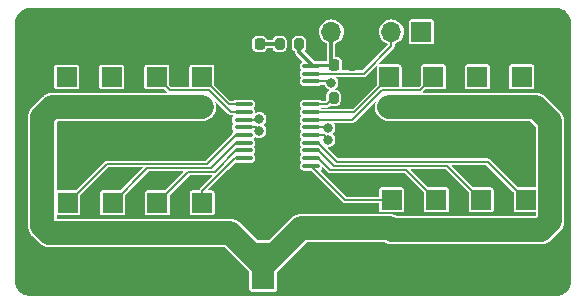
<source format=gbr>
%TF.GenerationSoftware,KiCad,Pcbnew,7.99.0-957-g18dd623122*%
%TF.CreationDate,2023-08-18T16:19:00-04:00*%
%TF.ProjectId,pca9685,70636139-3638-4352-9e6b-696361645f70,V1.0*%
%TF.SameCoordinates,Original*%
%TF.FileFunction,Copper,L1,Top*%
%TF.FilePolarity,Positive*%
%FSLAX46Y46*%
G04 Gerber Fmt 4.6, Leading zero omitted, Abs format (unit mm)*
G04 Created by KiCad (PCBNEW 7.99.0-957-g18dd623122) date 2023-08-18 16:19:00*
%MOMM*%
%LPD*%
G01*
G04 APERTURE LIST*
G04 Aperture macros list*
%AMRoundRect*
0 Rectangle with rounded corners*
0 $1 Rounding radius*
0 $2 $3 $4 $5 $6 $7 $8 $9 X,Y pos of 4 corners*
0 Add a 4 corners polygon primitive as box body*
4,1,4,$2,$3,$4,$5,$6,$7,$8,$9,$2,$3,0*
0 Add four circle primitives for the rounded corners*
1,1,$1+$1,$2,$3*
1,1,$1+$1,$4,$5*
1,1,$1+$1,$6,$7*
1,1,$1+$1,$8,$9*
0 Add four rect primitives between the rounded corners*
20,1,$1+$1,$2,$3,$4,$5,0*
20,1,$1+$1,$4,$5,$6,$7,0*
20,1,$1+$1,$6,$7,$8,$9,0*
20,1,$1+$1,$8,$9,$2,$3,0*%
G04 Aperture macros list end*
%TA.AperFunction,ComponentPad*%
%ADD10R,1.700000X1.700000*%
%TD*%
%TA.AperFunction,ComponentPad*%
%ADD11O,1.700000X1.700000*%
%TD*%
%TA.AperFunction,SMDPad,CuDef*%
%ADD12RoundRect,0.225000X0.225000X0.250000X-0.225000X0.250000X-0.225000X-0.250000X0.225000X-0.250000X0*%
%TD*%
%TA.AperFunction,ComponentPad*%
%ADD13R,1.980000X3.960000*%
%TD*%
%TA.AperFunction,ComponentPad*%
%ADD14O,1.980000X3.960000*%
%TD*%
%TA.AperFunction,SMDPad,CuDef*%
%ADD15RoundRect,0.200000X0.200000X0.275000X-0.200000X0.275000X-0.200000X-0.275000X0.200000X-0.275000X0*%
%TD*%
%TA.AperFunction,SMDPad,CuDef*%
%ADD16RoundRect,0.100000X-0.637500X-0.100000X0.637500X-0.100000X0.637500X0.100000X-0.637500X0.100000X0*%
%TD*%
%TA.AperFunction,SMDPad,CuDef*%
%ADD17RoundRect,0.200000X-0.200000X-0.275000X0.200000X-0.275000X0.200000X0.275000X-0.200000X0.275000X0*%
%TD*%
%TA.AperFunction,SMDPad,CuDef*%
%ADD18RoundRect,0.218750X-0.218750X-0.256250X0.218750X-0.256250X0.218750X0.256250X-0.218750X0.256250X0*%
%TD*%
%TA.AperFunction,ViaPad*%
%ADD19C,0.800000*%
%TD*%
%TA.AperFunction,Conductor*%
%ADD20C,0.250000*%
%TD*%
%TA.AperFunction,Conductor*%
%ADD21C,0.300000*%
%TD*%
%TA.AperFunction,Conductor*%
%ADD22C,2.000000*%
%TD*%
%TA.AperFunction,Conductor*%
%ADD23C,0.150000*%
%TD*%
G04 APERTURE END LIST*
D10*
%TO.P,J9,1,Pin_1*%
%TO.N,/LED8*%
X148352934Y-105156000D03*
D11*
%TO.P,J9,2,Pin_2*%
%TO.N,/VDD*%
X148352934Y-107696000D03*
%TO.P,J9,3,Pin_3*%
%TO.N,GND*%
X148352934Y-110236000D03*
%TD*%
D10*
%TO.P,J8,1,Pin_1*%
%TO.N,/LED7*%
X132317066Y-105410000D03*
D11*
%TO.P,J8,2,Pin_2*%
%TO.N,/VDD*%
X132317066Y-107950000D03*
%TO.P,J8,3,Pin_3*%
%TO.N,GND*%
X132317066Y-110490000D03*
%TD*%
D10*
%TO.P,J10,1,Pin_1*%
%TO.N,/LED9*%
X152146000Y-105156000D03*
D11*
%TO.P,J10,2,Pin_2*%
%TO.N,/VDD*%
X152146000Y-107696000D03*
%TO.P,J10,3,Pin_3*%
%TO.N,GND*%
X152146000Y-110236000D03*
%TD*%
D12*
%TO.P,C1,1*%
%TO.N,GND*%
X145047000Y-93726000D03*
%TO.P,C1,2*%
%TO.N,+3.3V*%
X143497000Y-93726000D03*
%TD*%
D10*
%TO.P,J13,1,Pin_1*%
%TO.N,/LED12*%
X159371058Y-94742000D03*
D11*
%TO.P,J13,2,Pin_2*%
%TO.N,/VDD*%
X159371058Y-97282000D03*
%TO.P,J13,3,Pin_3*%
%TO.N,GND*%
X159371058Y-99822000D03*
%TD*%
D10*
%TO.P,J16,1,Pin_1*%
%TO.N,/LED15*%
X148152472Y-94742000D03*
D11*
%TO.P,J16,2,Pin_2*%
%TO.N,/VDD*%
X148152472Y-97282000D03*
%TO.P,J16,3,Pin_3*%
%TO.N,GND*%
X148152472Y-99822000D03*
%TD*%
D10*
%TO.P,J5,1,Pin_1*%
%TO.N,/LED4*%
X120937868Y-105410000D03*
D11*
%TO.P,J5,2,Pin_2*%
%TO.N,/VDD*%
X120937868Y-107950000D03*
%TO.P,J5,3,Pin_3*%
%TO.N,GND*%
X120937868Y-110490000D03*
%TD*%
D10*
%TO.P,J1,1,Pin_1*%
%TO.N,/LED0*%
X132296777Y-94757000D03*
D11*
%TO.P,J1,2,Pin_2*%
%TO.N,/VDD*%
X132296777Y-97297000D03*
%TO.P,J1,3,Pin_3*%
%TO.N,GND*%
X132296777Y-99837000D03*
%TD*%
D10*
%TO.P,J12,1,Pin_1*%
%TO.N,/LED11*%
X159732132Y-105156000D03*
D11*
%TO.P,J12,2,Pin_2*%
%TO.N,/VDD*%
X159732132Y-107696000D03*
%TO.P,J12,3,Pin_3*%
%TO.N,GND*%
X159732132Y-110236000D03*
%TD*%
D13*
%TO.P,J18,1,Pin_1*%
%TO.N,/VDD*%
X137494000Y-110744000D03*
D14*
%TO.P,J18,2,Pin_2*%
%TO.N,GND*%
X142494000Y-110744000D03*
%TD*%
D15*
%TO.P,R2,1*%
%TO.N,+3.3V*%
X140525000Y-91948000D03*
%TO.P,R2,2*%
%TO.N,Net-(D1-A)*%
X138875000Y-91948000D03*
%TD*%
D16*
%TO.P,U1,1,A0*%
%TO.N,GND*%
X135821500Y-93819000D03*
%TO.P,U1,2,A1*%
X135821500Y-94469000D03*
%TO.P,U1,3,A2*%
X135821500Y-95119000D03*
%TO.P,U1,4,A3*%
X135821500Y-95769000D03*
%TO.P,U1,5,A4*%
X135821500Y-96419000D03*
%TO.P,U1,6,LED0*%
%TO.N,/LED0*%
X135821500Y-97069000D03*
%TO.P,U1,7,LED1*%
%TO.N,/LED1*%
X135821500Y-97719000D03*
%TO.P,U1,8,LED2*%
%TO.N,/LED2*%
X135821500Y-98369000D03*
%TO.P,U1,9,LED3*%
%TO.N,/LED3*%
X135821500Y-99019000D03*
%TO.P,U1,10,LED4*%
%TO.N,/LED4*%
X135821500Y-99669000D03*
%TO.P,U1,11,LED5*%
%TO.N,/LED5*%
X135821500Y-100319000D03*
%TO.P,U1,12,LED6*%
%TO.N,/LED6*%
X135821500Y-100969000D03*
%TO.P,U1,13,LED7*%
%TO.N,/LED7*%
X135821500Y-101619000D03*
%TO.P,U1,14,VSS*%
%TO.N,GND*%
X135821500Y-102269000D03*
%TO.P,U1,15,LED8*%
%TO.N,/LED8*%
X141546500Y-102269000D03*
%TO.P,U1,16,LED9*%
%TO.N,/LED9*%
X141546500Y-101619000D03*
%TO.P,U1,17,LED10*%
%TO.N,/LED10*%
X141546500Y-100969000D03*
%TO.P,U1,18,LED11*%
%TO.N,/LED11*%
X141546500Y-100319000D03*
%TO.P,U1,19,LED12*%
%TO.N,/LED12*%
X141546500Y-99669000D03*
%TO.P,U1,20,LED13*%
%TO.N,/LED13*%
X141546500Y-99019000D03*
%TO.P,U1,21,LED14*%
%TO.N,/LED14*%
X141546500Y-98369000D03*
%TO.P,U1,22,LED15*%
%TO.N,/LED15*%
X141546500Y-97719000D03*
%TO.P,U1,23,~{OE}*%
%TO.N,Net-(U1-~{OE})*%
X141546500Y-97069000D03*
%TO.P,U1,24,A5*%
%TO.N,GND*%
X141546500Y-96419000D03*
%TO.P,U1,25,EXTCLK*%
X141546500Y-95769000D03*
%TO.P,U1,26,SCL*%
%TO.N,/SCL*%
X141546500Y-95119000D03*
%TO.P,U1,27,SDA*%
%TO.N,/SDA*%
X141546500Y-94469000D03*
%TO.P,U1,28,VDD*%
%TO.N,+3.3V*%
X141546500Y-93819000D03*
%TD*%
D10*
%TO.P,J17,1,Pin_1*%
%TO.N,/SCL*%
X150875999Y-90932000D03*
D11*
%TO.P,J17,2,Pin_2*%
%TO.N,/SDA*%
X148335999Y-90932000D03*
%TO.P,J17,3,Pin_3*%
%TO.N,GND*%
X145796000Y-90932000D03*
%TO.P,J17,4,Pin_4*%
%TO.N,+3.3V*%
X143255999Y-90932000D03*
%TD*%
D10*
%TO.P,J14,1,Pin_1*%
%TO.N,/LED13*%
X155631528Y-94742000D03*
D11*
%TO.P,J14,2,Pin_2*%
%TO.N,/VDD*%
X155631528Y-97282000D03*
%TO.P,J14,3,Pin_3*%
%TO.N,GND*%
X155631528Y-99822000D03*
%TD*%
D17*
%TO.P,R1,1*%
%TO.N,Net-(U1-~{OE})*%
X143447000Y-96520000D03*
%TO.P,R1,2*%
%TO.N,GND*%
X145097000Y-96520000D03*
%TD*%
D10*
%TO.P,J11,1,Pin_1*%
%TO.N,/LED10*%
X155939066Y-105156000D03*
D11*
%TO.P,J11,2,Pin_2*%
%TO.N,/VDD*%
X155939066Y-107696000D03*
%TO.P,J11,3,Pin_3*%
%TO.N,GND*%
X155939066Y-110236000D03*
%TD*%
D10*
%TO.P,J4,1,Pin_1*%
%TO.N,/LED3*%
X120843498Y-94757000D03*
D11*
%TO.P,J4,2,Pin_2*%
%TO.N,/VDD*%
X120843498Y-97297000D03*
%TO.P,J4,3,Pin_3*%
%TO.N,GND*%
X120843498Y-99837000D03*
%TD*%
D10*
%TO.P,J6,1,Pin_1*%
%TO.N,/LED5*%
X124730934Y-105410000D03*
D11*
%TO.P,J6,2,Pin_2*%
%TO.N,/VDD*%
X124730934Y-107950000D03*
%TO.P,J6,3,Pin_3*%
%TO.N,GND*%
X124730934Y-110490000D03*
%TD*%
D10*
%TO.P,J2,1,Pin_1*%
%TO.N,/LED1*%
X128479016Y-94757000D03*
D11*
%TO.P,J2,2,Pin_2*%
%TO.N,/VDD*%
X128479016Y-97297000D03*
%TO.P,J2,3,Pin_3*%
%TO.N,GND*%
X128479016Y-99837000D03*
%TD*%
D10*
%TO.P,J15,1,Pin_1*%
%TO.N,/LED14*%
X151892000Y-94742000D03*
D11*
%TO.P,J15,2,Pin_2*%
%TO.N,/VDD*%
X151892000Y-97282000D03*
%TO.P,J15,3,Pin_3*%
%TO.N,GND*%
X151892000Y-99822000D03*
%TD*%
D18*
%TO.P,D1,1,K*%
%TO.N,GND*%
X135610499Y-91948000D03*
%TO.P,D1,2,A*%
%TO.N,Net-(D1-A)*%
X137185501Y-91948000D03*
%TD*%
D10*
%TO.P,J3,1,Pin_1*%
%TO.N,/LED2*%
X124661257Y-94757000D03*
D11*
%TO.P,J3,2,Pin_2*%
%TO.N,/VDD*%
X124661257Y-97297000D03*
%TO.P,J3,3,Pin_3*%
%TO.N,GND*%
X124661257Y-99837000D03*
%TD*%
D10*
%TO.P,J7,1,Pin_1*%
%TO.N,/LED6*%
X128524000Y-105410000D03*
D11*
%TO.P,J7,2,Pin_2*%
%TO.N,/VDD*%
X128524000Y-107950000D03*
%TO.P,J7,3,Pin_3*%
%TO.N,GND*%
X128524000Y-110490000D03*
%TD*%
D19*
%TO.N,/LED2*%
X137160000Y-98298000D03*
%TO.N,/LED3*%
X137160000Y-99314000D03*
%TO.N,/LED12*%
X143002000Y-100059503D03*
%TO.N,/LED13*%
X143002000Y-99060000D03*
%TO.N,/SCL*%
X143256000Y-95250000D03*
%TD*%
D20*
%TO.N,GND*%
X135821500Y-93819000D02*
X135821500Y-96419000D01*
D21*
%TO.N,+3.3V*%
X143255999Y-90932000D02*
X143255999Y-93484999D01*
X140525000Y-91948000D02*
X140525000Y-92611500D01*
X140525000Y-92611500D02*
X141639500Y-93726000D01*
D20*
X143404000Y-93819000D02*
X143497000Y-93726000D01*
D21*
X143255999Y-93484999D02*
X143497000Y-93726000D01*
D20*
X141639500Y-93726000D02*
X141546500Y-93819000D01*
X143497000Y-93726000D02*
X141639500Y-93726000D01*
D21*
%TO.N,Net-(D1-A)*%
X138875000Y-91948000D02*
X137185501Y-91948000D01*
D22*
%TO.N,/VDD*%
X120843498Y-97297000D02*
X124661257Y-97297000D01*
X132317066Y-107950000D02*
X134700000Y-107950000D01*
X128524000Y-107950000D02*
X132317066Y-107950000D01*
X119641417Y-97297000D02*
X118793998Y-98144419D01*
X161781632Y-106950368D02*
X161036000Y-107696000D01*
X120843498Y-97297000D02*
X119641417Y-97297000D01*
X161781632Y-98490493D02*
X161781632Y-106950368D01*
X155939066Y-107696000D02*
X159732132Y-107696000D01*
X124730934Y-107950000D02*
X128524000Y-107950000D01*
X148352934Y-107696000D02*
X152146000Y-107696000D01*
X137494000Y-110744000D02*
X140673500Y-107564500D01*
X160573139Y-97282000D02*
X161781632Y-98490493D01*
X119378868Y-107950000D02*
X120937868Y-107950000D01*
X120937868Y-107950000D02*
X124730934Y-107950000D01*
X148152472Y-97282000D02*
X151892000Y-97282000D01*
X159371058Y-97282000D02*
X160573139Y-97282000D01*
X161036000Y-107696000D02*
X159732132Y-107696000D01*
X140673500Y-107564500D02*
X148221434Y-107564500D01*
X155631528Y-97282000D02*
X159371058Y-97282000D01*
X118793998Y-98144419D02*
X118793998Y-107365130D01*
X124661257Y-97297000D02*
X128479016Y-97297000D01*
X148221434Y-107564500D02*
X148352934Y-107696000D01*
X152146000Y-107696000D02*
X155939066Y-107696000D01*
X151892000Y-97282000D02*
X155631528Y-97282000D01*
X128479016Y-97297000D02*
X132296777Y-97297000D01*
X118793998Y-107365130D02*
X119378868Y-107950000D01*
X134700000Y-107950000D02*
X137494000Y-110744000D01*
D23*
%TO.N,/LED0*%
X132296777Y-94757000D02*
X134608777Y-97069000D01*
X134608777Y-97069000D02*
X135821500Y-97069000D01*
%TO.N,/LED1*%
X129603516Y-95881500D02*
X132927009Y-95881500D01*
X128479016Y-94757000D02*
X129603516Y-95881500D01*
X132927009Y-95881500D02*
X134764509Y-97719000D01*
X134764509Y-97719000D02*
X135821500Y-97719000D01*
%TO.N,/LED2*%
X135821500Y-98369000D02*
X137089000Y-98369000D01*
X137089000Y-98369000D02*
X137160000Y-98298000D01*
%TO.N,/LED3*%
X136865000Y-99019000D02*
X137160000Y-99314000D01*
X135821500Y-99019000D02*
X136865000Y-99019000D01*
%TO.N,/LED4*%
X135204377Y-99669000D02*
X135821500Y-99669000D01*
X132765377Y-102108000D02*
X135204377Y-99669000D01*
X124239868Y-102108000D02*
X132765377Y-102108000D01*
X120937868Y-105410000D02*
X124239868Y-102108000D01*
%TO.N,/LED5*%
X135204377Y-100319000D02*
X135821500Y-100319000D01*
X127683434Y-102457500D02*
X133065877Y-102457500D01*
X124730934Y-105410000D02*
X127683434Y-102457500D01*
X133065877Y-102457500D02*
X135204377Y-100319000D01*
%TO.N,/LED6*%
X131127000Y-102807000D02*
X133366377Y-102807000D01*
X133366377Y-102807000D02*
X135204377Y-100969000D01*
X128524000Y-105410000D02*
X131127000Y-102807000D01*
X135204377Y-100969000D02*
X135821500Y-100969000D01*
%TO.N,/LED7*%
X132317066Y-104410000D02*
X135108066Y-101619000D01*
X135108066Y-101619000D02*
X135821500Y-101619000D01*
X132317066Y-105410000D02*
X132317066Y-104410000D01*
%TO.N,/LED8*%
X144433500Y-105156000D02*
X141546500Y-102269000D01*
X148352934Y-105156000D02*
X144433500Y-105156000D01*
%TO.N,/LED9*%
X143160623Y-102616000D02*
X142163623Y-101619000D01*
X152146000Y-105156000D02*
X149606000Y-102616000D01*
X142163623Y-101619000D02*
X141546500Y-101619000D01*
X149606000Y-102616000D02*
X143160623Y-102616000D01*
%TO.N,/LED10*%
X153049566Y-102266500D02*
X143461123Y-102266500D01*
X155939066Y-105156000D02*
X153049566Y-102266500D01*
X143461123Y-102266500D02*
X142163623Y-100969000D01*
X142163623Y-100969000D02*
X141546500Y-100969000D01*
%TO.N,/LED11*%
X142163623Y-100319000D02*
X141546500Y-100319000D01*
X156493132Y-101917000D02*
X143761623Y-101917000D01*
X143761623Y-101917000D02*
X142163623Y-100319000D01*
X159732132Y-105156000D02*
X156493132Y-101917000D01*
%TO.N,/LED12*%
X143002000Y-100059503D02*
X142611497Y-99669000D01*
X142611497Y-99669000D02*
X141546500Y-99669000D01*
%TO.N,/LED13*%
X141546500Y-99019000D02*
X142961000Y-99019000D01*
X142961000Y-99019000D02*
X143002000Y-99060000D01*
%TO.N,/LED14*%
X150767500Y-95866500D02*
X147522240Y-95866500D01*
X145019740Y-98369000D02*
X141546500Y-98369000D01*
X151892000Y-94742000D02*
X150767500Y-95866500D01*
X147522240Y-95866500D02*
X145019740Y-98369000D01*
%TO.N,/LED15*%
X145175472Y-97719000D02*
X141546500Y-97719000D01*
X148152472Y-94742000D02*
X145175472Y-97719000D01*
%TO.N,/SCL*%
X141546500Y-95119000D02*
X143125000Y-95119000D01*
X143125000Y-95119000D02*
X143256000Y-95250000D01*
%TO.N,/SDA*%
X148335999Y-92134081D02*
X145994580Y-94475500D01*
X148335999Y-90932000D02*
X148335999Y-92134081D01*
X141553000Y-94475500D02*
X141546500Y-94469000D01*
X145994580Y-94475500D02*
X141553000Y-94475500D01*
%TO.N,Net-(U1-~{OE})*%
X142898000Y-97069000D02*
X141546500Y-97069000D01*
X143447000Y-96520000D02*
X142898000Y-97069000D01*
%TD*%
%TA.AperFunction,Conductor*%
%TO.N,GND*%
G36*
X133500458Y-96849244D02*
G01*
X133515314Y-96859421D01*
X134547102Y-97891209D01*
X134553196Y-97898634D01*
X134565885Y-97917625D01*
X134586886Y-97931657D01*
X134642027Y-97968501D01*
X134642026Y-97968501D01*
X134657012Y-97978514D01*
X134657014Y-97978515D01*
X134737376Y-97994500D01*
X134737380Y-97994500D01*
X134764509Y-97999896D01*
X134783242Y-97996169D01*
X134786908Y-97995441D01*
X134796466Y-97994500D01*
X134914233Y-97994500D01*
X134948881Y-98008852D01*
X134949380Y-98009351D01*
X134963732Y-98043999D01*
X134949381Y-98078646D01*
X134931794Y-98096233D01*
X134886415Y-98199006D01*
X134883500Y-98224134D01*
X134883500Y-98513858D01*
X134883501Y-98513868D01*
X134886415Y-98538992D01*
X134931794Y-98641766D01*
X134949380Y-98659352D01*
X134963732Y-98694000D01*
X134949380Y-98728648D01*
X134931794Y-98746233D01*
X134886415Y-98849006D01*
X134883500Y-98874134D01*
X134883500Y-99163858D01*
X134883501Y-99163868D01*
X134886415Y-99188992D01*
X134931794Y-99291766D01*
X134949380Y-99309352D01*
X134963732Y-99344000D01*
X134949380Y-99378648D01*
X134931794Y-99396233D01*
X134886415Y-99499006D01*
X134883500Y-99524134D01*
X134883500Y-99579964D01*
X134869148Y-99614612D01*
X132665613Y-101818148D01*
X132630965Y-101832500D01*
X124271825Y-101832500D01*
X124262265Y-101831558D01*
X124239869Y-101827103D01*
X124239865Y-101827103D01*
X124132374Y-101848484D01*
X124132373Y-101848484D01*
X124065530Y-101893145D01*
X124065522Y-101893153D01*
X124041243Y-101909376D01*
X124041242Y-101909377D01*
X124028554Y-101928365D01*
X124022462Y-101935788D01*
X121613104Y-104345148D01*
X121578456Y-104359500D01*
X120068119Y-104359500D01*
X120053055Y-104362496D01*
X120016273Y-104355178D01*
X119995439Y-104323994D01*
X119994498Y-104314437D01*
X119994498Y-101627148D01*
X119994498Y-98661975D01*
X120008848Y-98627331D01*
X120124327Y-98511852D01*
X120158976Y-98497500D01*
X132352275Y-98497500D01*
X132352280Y-98497500D01*
X132518313Y-98482115D01*
X132732305Y-98421229D01*
X132931466Y-98322058D01*
X133109013Y-98187981D01*
X133258901Y-98023562D01*
X133376024Y-97834401D01*
X133456395Y-97626940D01*
X133497277Y-97408243D01*
X133497277Y-97185757D01*
X133456395Y-96967060D01*
X133434975Y-96911768D01*
X133435841Y-96874277D01*
X133462965Y-96848378D01*
X133500458Y-96849244D01*
G37*
%TD.AperFunction*%
%TA.AperFunction,Conductor*%
G36*
X147003231Y-96844419D02*
G01*
X147017583Y-96879067D01*
X147014274Y-96896767D01*
X146992857Y-96952051D01*
X146992854Y-96952060D01*
X146951972Y-97170757D01*
X146951972Y-97393243D01*
X146992854Y-97611940D01*
X147023993Y-97692318D01*
X147069249Y-97809140D01*
X147073225Y-97819401D01*
X147190348Y-98008562D01*
X147190349Y-98008563D01*
X147190351Y-98008566D01*
X147340235Y-98172980D01*
X147340238Y-98172983D01*
X147395155Y-98214454D01*
X147517783Y-98307058D01*
X147716944Y-98406229D01*
X147930936Y-98467115D01*
X148096969Y-98482500D01*
X151836497Y-98482500D01*
X155576025Y-98482500D01*
X159315555Y-98482500D01*
X160055580Y-98482500D01*
X160090228Y-98496852D01*
X160566780Y-98973404D01*
X160581132Y-99008051D01*
X160581132Y-104056500D01*
X160566780Y-104091148D01*
X160532132Y-104105500D01*
X159091544Y-104105500D01*
X159056896Y-104091148D01*
X156710538Y-101744790D01*
X156704444Y-101737364D01*
X156691757Y-101718376D01*
X156668755Y-101703007D01*
X156642596Y-101685527D01*
X156642596Y-101685526D01*
X156600628Y-101657485D01*
X156517900Y-101641029D01*
X156493132Y-101636103D01*
X156493131Y-101636103D01*
X156493130Y-101636103D01*
X156470735Y-101640558D01*
X156461175Y-101641500D01*
X143896035Y-101641500D01*
X143861387Y-101627148D01*
X142981616Y-100747377D01*
X142967264Y-100712729D01*
X142981616Y-100678081D01*
X143009866Y-100664149D01*
X143158762Y-100644547D01*
X143304841Y-100584039D01*
X143430282Y-100487785D01*
X143526536Y-100362344D01*
X143587044Y-100216265D01*
X143607682Y-100059503D01*
X143587044Y-99902741D01*
X143560450Y-99838538D01*
X143526538Y-99756666D01*
X143526535Y-99756661D01*
X143430282Y-99631221D01*
X143430281Y-99631220D01*
X143387802Y-99598625D01*
X143369050Y-99566147D01*
X143378757Y-99529922D01*
X143387795Y-99520882D01*
X143430282Y-99488282D01*
X143526536Y-99362841D01*
X143587044Y-99216762D01*
X143607682Y-99060000D01*
X143587044Y-98903238D01*
X143526536Y-98757159D01*
X143500576Y-98723328D01*
X143490870Y-98687104D01*
X143509622Y-98654626D01*
X143539451Y-98644500D01*
X144987783Y-98644500D01*
X144997343Y-98645442D01*
X145019739Y-98649897D01*
X145019740Y-98649897D01*
X145046872Y-98644500D01*
X145046873Y-98644500D01*
X145127235Y-98628515D01*
X145169205Y-98600471D01*
X145195362Y-98582994D01*
X145195363Y-98582992D01*
X145218364Y-98567624D01*
X145231056Y-98548626D01*
X145237141Y-98541213D01*
X146933936Y-96844418D01*
X146968583Y-96830067D01*
X147003231Y-96844419D01*
G37*
%TD.AperFunction*%
%TA.AperFunction,Conductor*%
G36*
X147087620Y-93841371D02*
G01*
X147101972Y-93876019D01*
X147101972Y-95382588D01*
X147087620Y-95417236D01*
X145075708Y-97429148D01*
X145041060Y-97443500D01*
X142924930Y-97443500D01*
X142899744Y-97433067D01*
X142898292Y-97435242D01*
X142871070Y-97443500D01*
X142453767Y-97443500D01*
X142419119Y-97429148D01*
X142418618Y-97428647D01*
X142404266Y-97393999D01*
X142418616Y-97359354D01*
X142419188Y-97358783D01*
X142453767Y-97344500D01*
X142866043Y-97344500D01*
X142875603Y-97345442D01*
X142880630Y-97346442D01*
X142896068Y-97356758D01*
X142915365Y-97346442D01*
X142925132Y-97344500D01*
X142925133Y-97344500D01*
X143005495Y-97328515D01*
X143063147Y-97289993D01*
X143073622Y-97282994D01*
X143073623Y-97282992D01*
X143096624Y-97267624D01*
X143109316Y-97248626D01*
X143115401Y-97241213D01*
X143150895Y-97205719D01*
X143185542Y-97191368D01*
X143193207Y-97191971D01*
X143215481Y-97195500D01*
X143678518Y-97195499D01*
X143772304Y-97180646D01*
X143833387Y-97149522D01*
X143885335Y-97123054D01*
X143885337Y-97123052D01*
X143885342Y-97123050D01*
X143975050Y-97033342D01*
X144008823Y-96967060D01*
X144032644Y-96920309D01*
X144032644Y-96920307D01*
X144032646Y-96920304D01*
X144047500Y-96826519D01*
X144047499Y-96213482D01*
X144032646Y-96119696D01*
X144025036Y-96104761D01*
X143975054Y-96006664D01*
X143975049Y-96006657D01*
X143885342Y-95916950D01*
X143885335Y-95916945D01*
X143772308Y-95859355D01*
X143772305Y-95859354D01*
X143772304Y-95859354D01*
X143678519Y-95844500D01*
X143678517Y-95844500D01*
X143612011Y-95844500D01*
X143577363Y-95830148D01*
X143563011Y-95795500D01*
X143577363Y-95760852D01*
X143582182Y-95756626D01*
X143608343Y-95736552D01*
X143684282Y-95678282D01*
X143780536Y-95552841D01*
X143841044Y-95406762D01*
X143861682Y-95250000D01*
X143841044Y-95093238D01*
X143791710Y-94974135D01*
X143780538Y-94947163D01*
X143780535Y-94947158D01*
X143690506Y-94829829D01*
X143680799Y-94793604D01*
X143699551Y-94761126D01*
X143729380Y-94751000D01*
X145962623Y-94751000D01*
X145972183Y-94751942D01*
X145994579Y-94756397D01*
X145994580Y-94756397D01*
X146021712Y-94751000D01*
X146021713Y-94751000D01*
X146102075Y-94735015D01*
X146157374Y-94698065D01*
X146170202Y-94689494D01*
X146170201Y-94689494D01*
X146175505Y-94685951D01*
X146175509Y-94685946D01*
X146193204Y-94674124D01*
X146205896Y-94655126D01*
X146211981Y-94647713D01*
X147018323Y-93841371D01*
X147052972Y-93827019D01*
X147087620Y-93841371D01*
G37*
%TD.AperFunction*%
%TA.AperFunction,Conductor*%
G36*
X162306959Y-88900576D02*
G01*
X162318762Y-88901504D01*
X162363017Y-88904987D01*
X162509140Y-88917772D01*
X162516282Y-88918936D01*
X162601706Y-88939444D01*
X162602307Y-88939597D01*
X162715099Y-88969819D01*
X162718120Y-88970845D01*
X162806509Y-89007456D01*
X162807403Y-89007850D01*
X162907908Y-89054717D01*
X162910322Y-89056014D01*
X162993734Y-89107129D01*
X162994985Y-89107949D01*
X163084090Y-89170341D01*
X163085909Y-89171749D01*
X163160948Y-89235838D01*
X163162347Y-89237131D01*
X163238866Y-89313650D01*
X163240159Y-89315049D01*
X163304245Y-89390084D01*
X163305662Y-89391915D01*
X163336747Y-89436309D01*
X163368049Y-89481013D01*
X163368869Y-89482264D01*
X163419976Y-89565661D01*
X163421288Y-89568104D01*
X163456566Y-89643757D01*
X163468132Y-89668559D01*
X163468563Y-89669538D01*
X163505150Y-89757869D01*
X163506181Y-89760907D01*
X163536398Y-89873681D01*
X163536556Y-89874302D01*
X163557060Y-89959704D01*
X163558228Y-89966872D01*
X163571023Y-90113128D01*
X163575424Y-90169040D01*
X163575500Y-90170964D01*
X163575500Y-112013035D01*
X163575424Y-112014959D01*
X163571023Y-112070870D01*
X163558228Y-112217126D01*
X163557060Y-112224294D01*
X163536556Y-112309696D01*
X163536398Y-112310317D01*
X163506181Y-112423091D01*
X163505150Y-112426129D01*
X163468563Y-112514460D01*
X163468132Y-112515439D01*
X163421292Y-112615888D01*
X163419976Y-112618337D01*
X163368869Y-112701734D01*
X163368049Y-112702985D01*
X163305671Y-112792072D01*
X163304231Y-112793932D01*
X163240160Y-112868948D01*
X163238854Y-112870361D01*
X163162361Y-112946854D01*
X163160948Y-112948160D01*
X163085932Y-113012231D01*
X163084072Y-113013671D01*
X162994985Y-113076049D01*
X162993734Y-113076869D01*
X162910337Y-113127976D01*
X162907888Y-113129292D01*
X162807439Y-113176132D01*
X162806460Y-113176563D01*
X162718129Y-113213150D01*
X162715091Y-113214181D01*
X162602317Y-113244398D01*
X162601696Y-113244556D01*
X162516294Y-113265060D01*
X162509126Y-113266228D01*
X162362870Y-113279023D01*
X162306959Y-113283424D01*
X162305035Y-113283500D01*
X117756773Y-113283500D01*
X117754849Y-113283424D01*
X117697674Y-113278923D01*
X117548779Y-113265925D01*
X117541601Y-113264757D01*
X117453134Y-113243517D01*
X117452513Y-113243359D01*
X117338802Y-113212891D01*
X117335763Y-113211860D01*
X117244767Y-113174167D01*
X117243789Y-113173737D01*
X117142214Y-113126372D01*
X117139765Y-113125056D01*
X117054005Y-113072501D01*
X117052753Y-113071680D01*
X116962556Y-113008521D01*
X116960696Y-113007081D01*
X116883627Y-112941255D01*
X116882214Y-112939949D01*
X116804725Y-112862459D01*
X116803430Y-112861059D01*
X116737588Y-112783965D01*
X116736157Y-112782118D01*
X116699940Y-112730393D01*
X116672991Y-112691902D01*
X116672183Y-112690671D01*
X116619622Y-112604895D01*
X116618316Y-112602465D01*
X116570917Y-112500812D01*
X116570518Y-112499902D01*
X116539963Y-112426129D01*
X116532827Y-112408900D01*
X116531798Y-112405873D01*
X116501303Y-112292047D01*
X116501192Y-112291610D01*
X116479926Y-112203016D01*
X116478765Y-112195886D01*
X116466038Y-112050356D01*
X116461233Y-111989273D01*
X116461159Y-111987394D01*
X116461159Y-110507998D01*
X116462201Y-107420814D01*
X117589642Y-107420814D01*
X117601097Y-107502932D01*
X117601226Y-107504043D01*
X117608883Y-107586666D01*
X117614761Y-107607327D01*
X117616059Y-107611887D01*
X117616759Y-107615210D01*
X117620380Y-107641164D01*
X117620380Y-107641165D01*
X117646734Y-107719795D01*
X117647068Y-107720876D01*
X117669767Y-107800653D01*
X117669771Y-107800663D01*
X117681451Y-107824119D01*
X117682751Y-107827257D01*
X117691084Y-107852119D01*
X117713924Y-107893123D01*
X117731460Y-107924606D01*
X117731962Y-107925558D01*
X117750932Y-107963654D01*
X117768938Y-107999816D01*
X117768940Y-107999819D01*
X117784736Y-108020737D01*
X117786590Y-108023582D01*
X117799342Y-108046476D01*
X117799346Y-108046483D01*
X117852332Y-108110292D01*
X117853035Y-108111179D01*
X117903014Y-108177363D01*
X117903017Y-108177366D01*
X117964309Y-108233241D01*
X117965128Y-108234023D01*
X118509973Y-108778868D01*
X118510755Y-108779687D01*
X118566631Y-108840980D01*
X118566634Y-108840983D01*
X118632817Y-108890961D01*
X118633704Y-108891664D01*
X118685097Y-108934340D01*
X118697515Y-108944652D01*
X118716513Y-108955233D01*
X118720418Y-108957409D01*
X118723259Y-108959260D01*
X118744179Y-108975058D01*
X118818454Y-109012042D01*
X118819374Y-109012527D01*
X118868265Y-109039759D01*
X118891880Y-109052914D01*
X118891883Y-109052915D01*
X118916738Y-109061245D01*
X118919872Y-109062543D01*
X118943332Y-109074226D01*
X118943334Y-109074227D01*
X118943338Y-109074228D01*
X118943340Y-109074229D01*
X118962509Y-109079683D01*
X119023127Y-109096931D01*
X119024208Y-109097265D01*
X119102835Y-109123618D01*
X119128797Y-109127239D01*
X119132111Y-109127938D01*
X119157332Y-109135115D01*
X119239971Y-109142772D01*
X119241043Y-109142896D01*
X119323187Y-109154356D01*
X119396040Y-109150987D01*
X119406033Y-109150526D01*
X119407164Y-109150500D01*
X120882365Y-109150500D01*
X124675431Y-109150500D01*
X128468497Y-109150500D01*
X132261563Y-109150500D01*
X134182441Y-109150500D01*
X134217089Y-109164852D01*
X136289148Y-111236911D01*
X136303500Y-111271558D01*
X136303500Y-112743748D01*
X136315133Y-112802231D01*
X136332882Y-112828795D01*
X136359447Y-112868552D01*
X136386012Y-112886301D01*
X136425769Y-112912867D01*
X136484252Y-112924500D01*
X136484255Y-112924500D01*
X138503745Y-112924500D01*
X138503748Y-112924500D01*
X138562231Y-112912867D01*
X138628552Y-112868552D01*
X138672867Y-112802231D01*
X138684500Y-112743748D01*
X138684500Y-111271558D01*
X138698852Y-111236910D01*
X141156411Y-108779352D01*
X141191059Y-108765000D01*
X147792335Y-108765000D01*
X147816178Y-108771192D01*
X147865949Y-108798915D01*
X147890804Y-108807245D01*
X147893938Y-108808543D01*
X147917398Y-108820226D01*
X147917400Y-108820227D01*
X147917404Y-108820228D01*
X147917406Y-108820229D01*
X147936575Y-108825683D01*
X147997193Y-108842931D01*
X147998274Y-108843265D01*
X148076901Y-108869618D01*
X148102863Y-108873239D01*
X148106177Y-108873938D01*
X148131398Y-108881115D01*
X148214037Y-108888772D01*
X148215109Y-108888896D01*
X148297253Y-108900356D01*
X148370106Y-108896987D01*
X148380099Y-108896526D01*
X148381230Y-108896500D01*
X152090497Y-108896500D01*
X155883563Y-108896500D01*
X159676629Y-108896500D01*
X161007704Y-108896500D01*
X161008835Y-108896526D01*
X161019197Y-108897004D01*
X161091681Y-108900356D01*
X161173833Y-108888895D01*
X161174890Y-108888772D01*
X161257536Y-108881115D01*
X161282766Y-108873935D01*
X161286060Y-108873240D01*
X161312033Y-108869618D01*
X161390670Y-108843260D01*
X161391724Y-108842934D01*
X161471528Y-108820229D01*
X161494997Y-108808541D01*
X161498118Y-108807248D01*
X161522985Y-108798915D01*
X161595477Y-108758535D01*
X161596395Y-108758051D01*
X161670689Y-108721058D01*
X161691610Y-108705257D01*
X161694446Y-108703410D01*
X161717353Y-108690652D01*
X161781211Y-108637622D01*
X161782007Y-108636992D01*
X161848236Y-108586981D01*
X161904122Y-108525675D01*
X161904883Y-108524878D01*
X162610510Y-107819251D01*
X162611307Y-107818491D01*
X162611976Y-107817880D01*
X162672613Y-107762604D01*
X162722601Y-107696406D01*
X162723272Y-107695559D01*
X162776285Y-107631721D01*
X162789043Y-107608812D01*
X162790898Y-107605967D01*
X162806690Y-107585057D01*
X162843680Y-107510767D01*
X162844146Y-107509883D01*
X162884547Y-107437353D01*
X162892877Y-107412497D01*
X162894170Y-107409372D01*
X162905861Y-107385896D01*
X162928567Y-107306088D01*
X162928898Y-107305022D01*
X162955250Y-107226400D01*
X162958871Y-107200435D01*
X162959569Y-107197129D01*
X162966747Y-107171904D01*
X162974404Y-107089257D01*
X162974527Y-107088200D01*
X162985988Y-107006049D01*
X162982158Y-106923201D01*
X162982132Y-106922070D01*
X162982132Y-98518789D01*
X162982158Y-98517658D01*
X162983801Y-98482114D01*
X162985988Y-98434812D01*
X162974528Y-98352668D01*
X162974404Y-98351596D01*
X162966747Y-98268957D01*
X162959570Y-98243736D01*
X162958871Y-98240422D01*
X162955250Y-98214460D01*
X162928897Y-98135833D01*
X162928563Y-98134752D01*
X162905859Y-98054959D01*
X162905858Y-98054957D01*
X162894175Y-98031497D01*
X162892875Y-98028358D01*
X162884546Y-98003505D01*
X162865048Y-97968501D01*
X162844159Y-97930999D01*
X162843674Y-97930079D01*
X162806690Y-97855804D01*
X162790892Y-97834884D01*
X162789041Y-97832043D01*
X162781997Y-97819397D01*
X162776284Y-97809140D01*
X162758657Y-97787913D01*
X162723296Y-97745329D01*
X162722593Y-97744442D01*
X162672615Y-97678259D01*
X162672612Y-97678256D01*
X162611319Y-97622380D01*
X162610500Y-97621598D01*
X161442032Y-96453130D01*
X161441250Y-96452311D01*
X161385375Y-96391019D01*
X161385372Y-96391016D01*
X161319188Y-96341037D01*
X161318301Y-96340334D01*
X161254492Y-96287348D01*
X161254485Y-96287344D01*
X161231591Y-96274592D01*
X161228746Y-96272738D01*
X161207828Y-96256942D01*
X161207825Y-96256940D01*
X161163699Y-96234968D01*
X161133567Y-96219964D01*
X161132615Y-96219462D01*
X161060128Y-96179087D01*
X161060128Y-96179086D01*
X161035266Y-96170753D01*
X161032128Y-96169453D01*
X161008672Y-96157773D01*
X161008662Y-96157769D01*
X160928885Y-96135070D01*
X160927804Y-96134736D01*
X160849173Y-96108382D01*
X160823219Y-96104761D01*
X160819898Y-96104061D01*
X160794675Y-96096885D01*
X160794666Y-96096884D01*
X160764685Y-96094105D01*
X160712052Y-96089228D01*
X160710941Y-96089099D01*
X160628823Y-96077644D01*
X160628822Y-96077644D01*
X160628820Y-96077644D01*
X160598012Y-96079068D01*
X160545974Y-96081474D01*
X160544843Y-96081500D01*
X151060412Y-96081500D01*
X151025764Y-96067148D01*
X151011412Y-96032500D01*
X151025764Y-95997852D01*
X151216764Y-95806852D01*
X151251412Y-95792500D01*
X152761745Y-95792500D01*
X152761748Y-95792500D01*
X152820231Y-95780867D01*
X152886552Y-95736552D01*
X152930867Y-95670231D01*
X152942500Y-95611748D01*
X154581028Y-95611748D01*
X154592661Y-95670231D01*
X154598040Y-95678281D01*
X154636975Y-95736552D01*
X154659425Y-95751552D01*
X154703297Y-95780867D01*
X154761780Y-95792500D01*
X154761783Y-95792500D01*
X156501273Y-95792500D01*
X156501276Y-95792500D01*
X156559759Y-95780867D01*
X156626080Y-95736552D01*
X156670395Y-95670231D01*
X156682028Y-95611748D01*
X158320558Y-95611748D01*
X158332191Y-95670231D01*
X158337570Y-95678281D01*
X158376505Y-95736552D01*
X158398955Y-95751552D01*
X158442827Y-95780867D01*
X158501310Y-95792500D01*
X158501313Y-95792500D01*
X160240803Y-95792500D01*
X160240806Y-95792500D01*
X160299289Y-95780867D01*
X160365610Y-95736552D01*
X160409925Y-95670231D01*
X160421558Y-95611748D01*
X160421558Y-93872252D01*
X160409925Y-93813769D01*
X160375632Y-93762447D01*
X160365610Y-93747447D01*
X160321738Y-93718133D01*
X160299289Y-93703133D01*
X160240806Y-93691500D01*
X158501310Y-93691500D01*
X158442827Y-93703133D01*
X158376505Y-93747447D01*
X158332191Y-93813768D01*
X158332191Y-93813769D01*
X158320558Y-93872252D01*
X158320558Y-95611748D01*
X156682028Y-95611748D01*
X156682028Y-93872252D01*
X156670395Y-93813769D01*
X156636102Y-93762447D01*
X156626080Y-93747447D01*
X156582208Y-93718133D01*
X156559759Y-93703133D01*
X156501276Y-93691500D01*
X154761780Y-93691500D01*
X154703296Y-93703132D01*
X154703297Y-93703133D01*
X154636975Y-93747447D01*
X154592660Y-93813768D01*
X154592661Y-93813769D01*
X154581028Y-93872252D01*
X154581028Y-95611748D01*
X152942500Y-95611748D01*
X152942500Y-93872252D01*
X152930867Y-93813769D01*
X152896574Y-93762447D01*
X152886552Y-93747447D01*
X152842680Y-93718133D01*
X152820231Y-93703133D01*
X152761748Y-93691500D01*
X151022252Y-93691500D01*
X150963768Y-93703132D01*
X150963769Y-93703133D01*
X150897447Y-93747447D01*
X150853133Y-93813768D01*
X150853133Y-93813769D01*
X150841500Y-93872252D01*
X150841500Y-93872255D01*
X150841500Y-95382588D01*
X150827148Y-95417236D01*
X150667736Y-95576648D01*
X150633088Y-95591000D01*
X149251972Y-95591000D01*
X149217324Y-95576648D01*
X149202972Y-95542000D01*
X149202972Y-93872255D01*
X149202972Y-93872252D01*
X149191339Y-93813769D01*
X149157046Y-93762447D01*
X149147024Y-93747447D01*
X149103152Y-93718133D01*
X149080703Y-93703133D01*
X149022220Y-93691500D01*
X147286491Y-93691500D01*
X147251843Y-93677148D01*
X147237491Y-93642500D01*
X147251843Y-93607852D01*
X147858195Y-93001500D01*
X148508212Y-92351482D01*
X148515625Y-92345397D01*
X148534623Y-92332705D01*
X148552933Y-92305301D01*
X148557480Y-92298499D01*
X148566956Y-92284316D01*
X148595515Y-92241575D01*
X148616896Y-92134081D01*
X148612440Y-92111677D01*
X148611499Y-92102119D01*
X148611499Y-91982538D01*
X148625851Y-91947890D01*
X148646275Y-91935648D01*
X148739953Y-91907232D01*
X148922449Y-91809685D01*
X148932120Y-91801748D01*
X149825499Y-91801748D01*
X149837132Y-91860231D01*
X149854881Y-91886795D01*
X149881446Y-91926552D01*
X149896613Y-91936686D01*
X149947768Y-91970867D01*
X150006251Y-91982500D01*
X150006254Y-91982500D01*
X151745744Y-91982500D01*
X151745747Y-91982500D01*
X151804230Y-91970867D01*
X151870551Y-91926552D01*
X151914866Y-91860231D01*
X151926499Y-91801748D01*
X151926499Y-90062252D01*
X151914866Y-90003769D01*
X151883461Y-89956769D01*
X151870551Y-89937447D01*
X151809568Y-89896700D01*
X151804230Y-89893133D01*
X151745747Y-89881500D01*
X150006251Y-89881500D01*
X149947768Y-89893132D01*
X149947768Y-89893133D01*
X149881446Y-89937447D01*
X149837131Y-90003768D01*
X149837132Y-90003769D01*
X149825499Y-90062252D01*
X149825499Y-91801748D01*
X148932120Y-91801748D01*
X149082409Y-91678410D01*
X149213684Y-91518450D01*
X149311231Y-91335954D01*
X149371299Y-91137934D01*
X149391582Y-90932000D01*
X149371299Y-90726066D01*
X149311231Y-90528046D01*
X149213684Y-90345550D01*
X149082409Y-90185590D01*
X148922449Y-90054315D01*
X148758856Y-89966872D01*
X148739955Y-89956769D01*
X148739954Y-89956768D01*
X148739953Y-89956768D01*
X148541933Y-89896700D01*
X148335999Y-89876417D01*
X148130064Y-89896700D01*
X148130063Y-89896700D01*
X147932042Y-89956769D01*
X147749547Y-90054316D01*
X147589589Y-90185590D01*
X147458315Y-90345548D01*
X147360768Y-90528043D01*
X147300699Y-90726064D01*
X147300699Y-90726065D01*
X147300699Y-90726066D01*
X147280416Y-90932000D01*
X147300699Y-91137934D01*
X147346235Y-91288049D01*
X147360768Y-91335956D01*
X147367386Y-91348338D01*
X147458314Y-91518450D01*
X147589589Y-91678410D01*
X147749549Y-91809685D01*
X147932045Y-91907232D01*
X148025723Y-91935648D01*
X148054713Y-91959439D01*
X148060499Y-91982538D01*
X148060499Y-91999669D01*
X148046147Y-92034317D01*
X145894816Y-94185648D01*
X145860168Y-94200000D01*
X144165377Y-94200000D01*
X144130729Y-94185648D01*
X144116377Y-94151000D01*
X144121718Y-94128754D01*
X144122651Y-94126922D01*
X144131719Y-94109126D01*
X144147500Y-94009488D01*
X144147500Y-93442512D01*
X144131719Y-93342874D01*
X144131717Y-93342870D01*
X144070532Y-93222786D01*
X144070527Y-93222779D01*
X143975220Y-93127472D01*
X143975213Y-93127467D01*
X143855129Y-93066282D01*
X143855127Y-93066281D01*
X143855126Y-93066281D01*
X143755488Y-93050500D01*
X143755486Y-93050500D01*
X143655499Y-93050500D01*
X143620851Y-93036148D01*
X143606499Y-93001500D01*
X143606499Y-91959787D01*
X143620851Y-91925139D01*
X143641275Y-91912897D01*
X143659953Y-91907232D01*
X143842449Y-91809685D01*
X144002409Y-91678410D01*
X144133684Y-91518450D01*
X144231231Y-91335954D01*
X144291299Y-91137934D01*
X144311582Y-90932000D01*
X144291299Y-90726066D01*
X144231231Y-90528046D01*
X144133684Y-90345550D01*
X144002409Y-90185590D01*
X143842449Y-90054315D01*
X143678856Y-89966872D01*
X143659955Y-89956769D01*
X143659954Y-89956768D01*
X143659953Y-89956768D01*
X143461933Y-89896700D01*
X143255999Y-89876417D01*
X143050064Y-89896700D01*
X143050063Y-89896700D01*
X142852042Y-89956769D01*
X142669547Y-90054316D01*
X142509589Y-90185590D01*
X142378315Y-90345548D01*
X142280768Y-90528043D01*
X142220699Y-90726064D01*
X142220699Y-90726065D01*
X142220699Y-90726066D01*
X142200416Y-90932000D01*
X142220699Y-91137934D01*
X142266235Y-91288049D01*
X142280768Y-91335956D01*
X142287386Y-91348338D01*
X142378314Y-91518450D01*
X142509589Y-91678410D01*
X142669549Y-91809685D01*
X142852041Y-91907230D01*
X142852047Y-91907233D01*
X142859315Y-91909437D01*
X142870721Y-91912896D01*
X142899712Y-91936686D01*
X142905499Y-91959787D01*
X142905499Y-93246290D01*
X142900158Y-93268535D01*
X142862282Y-93342870D01*
X142859701Y-93359166D01*
X142840105Y-93391142D01*
X142811304Y-93400500D01*
X141829978Y-93400500D01*
X141795330Y-93386148D01*
X140996435Y-92587253D01*
X140982083Y-92552605D01*
X140996435Y-92517957D01*
X140996434Y-92517956D01*
X141053050Y-92461342D01*
X141056918Y-92453751D01*
X141110644Y-92348309D01*
X141110644Y-92348307D01*
X141110646Y-92348304D01*
X141125500Y-92254519D01*
X141125499Y-91641482D01*
X141110646Y-91547696D01*
X141095745Y-91518451D01*
X141053054Y-91434664D01*
X141053049Y-91434657D01*
X140963342Y-91344950D01*
X140963335Y-91344945D01*
X140850308Y-91287355D01*
X140850305Y-91287354D01*
X140850304Y-91287354D01*
X140756519Y-91272500D01*
X140756517Y-91272500D01*
X140293482Y-91272500D01*
X140199696Y-91287353D01*
X140086664Y-91344945D01*
X140086657Y-91344950D01*
X139996950Y-91434657D01*
X139996945Y-91434664D01*
X139939355Y-91547690D01*
X139939355Y-91547692D01*
X139939354Y-91547694D01*
X139939354Y-91547696D01*
X139936828Y-91563646D01*
X139924500Y-91641482D01*
X139924500Y-92254517D01*
X139939353Y-92348303D01*
X139996945Y-92461335D01*
X139996950Y-92461342D01*
X140086658Y-92551050D01*
X140146352Y-92581465D01*
X140170708Y-92609982D01*
X140172729Y-92619060D01*
X140174311Y-92631747D01*
X140174500Y-92634782D01*
X140174500Y-92640539D01*
X140178002Y-92661534D01*
X140178148Y-92662534D01*
X140184426Y-92712893D01*
X140184427Y-92712895D01*
X140184553Y-92713152D01*
X140188859Y-92726593D01*
X140188905Y-92726871D01*
X140188909Y-92726884D01*
X140213059Y-92771508D01*
X140213509Y-92772382D01*
X140235801Y-92817984D01*
X140235802Y-92817984D01*
X140236002Y-92818184D01*
X140244445Y-92829506D01*
X140244582Y-92829758D01*
X140281915Y-92864126D01*
X140282635Y-92864817D01*
X140788584Y-93370766D01*
X140802936Y-93405414D01*
X140788584Y-93440062D01*
X140773728Y-93450239D01*
X140736233Y-93466794D01*
X140656794Y-93546233D01*
X140611415Y-93649006D01*
X140608500Y-93674134D01*
X140608500Y-93963858D01*
X140608501Y-93963868D01*
X140611415Y-93988992D01*
X140656794Y-94091766D01*
X140674380Y-94109352D01*
X140688732Y-94144000D01*
X140674380Y-94178648D01*
X140656794Y-94196233D01*
X140611415Y-94299006D01*
X140608500Y-94324134D01*
X140608500Y-94613858D01*
X140608501Y-94613868D01*
X140611415Y-94638992D01*
X140656794Y-94741766D01*
X140674379Y-94759350D01*
X140688732Y-94793998D01*
X140674381Y-94828646D01*
X140656794Y-94846233D01*
X140611415Y-94949006D01*
X140608500Y-94974134D01*
X140608500Y-95263858D01*
X140608501Y-95263868D01*
X140611415Y-95288992D01*
X140656794Y-95391766D01*
X140736233Y-95471205D01*
X140839006Y-95516584D01*
X140839009Y-95516585D01*
X140864135Y-95519500D01*
X142228864Y-95519499D01*
X142253991Y-95516585D01*
X142356765Y-95471206D01*
X142419119Y-95408851D01*
X142453767Y-95394500D01*
X142633136Y-95394500D01*
X142667784Y-95408852D01*
X142678406Y-95424748D01*
X142731463Y-95552839D01*
X142731464Y-95552841D01*
X142821539Y-95670230D01*
X142827718Y-95678282D01*
X142953159Y-95774536D01*
X142953161Y-95774536D01*
X142953163Y-95774538D01*
X142968443Y-95780867D01*
X143039743Y-95810400D01*
X143066262Y-95836918D01*
X143066262Y-95874421D01*
X143043238Y-95899329D01*
X143008662Y-95916946D01*
X143008657Y-95916950D01*
X142918950Y-96006657D01*
X142918945Y-96006664D01*
X142861355Y-96119690D01*
X142861355Y-96119692D01*
X142861354Y-96119694D01*
X142861354Y-96119696D01*
X142850977Y-96185216D01*
X142846500Y-96213482D01*
X142846500Y-96710586D01*
X142832149Y-96745234D01*
X142798236Y-96779148D01*
X142763588Y-96793500D01*
X142453767Y-96793500D01*
X142419119Y-96779148D01*
X142356766Y-96716794D01*
X142253993Y-96671415D01*
X142241428Y-96669957D01*
X142228865Y-96668500D01*
X142228863Y-96668500D01*
X140864141Y-96668500D01*
X140864131Y-96668501D01*
X140839007Y-96671415D01*
X140736233Y-96716794D01*
X140656794Y-96796233D01*
X140611415Y-96899006D01*
X140608500Y-96924134D01*
X140608500Y-97213858D01*
X140608501Y-97213868D01*
X140611415Y-97238992D01*
X140656794Y-97341766D01*
X140674379Y-97359350D01*
X140688732Y-97393998D01*
X140674382Y-97428646D01*
X140656794Y-97446234D01*
X140656792Y-97446238D01*
X140611415Y-97549006D01*
X140608500Y-97574134D01*
X140608500Y-97863858D01*
X140608501Y-97863868D01*
X140611415Y-97888992D01*
X140656794Y-97991766D01*
X140674380Y-98009352D01*
X140688732Y-98044000D01*
X140674380Y-98078648D01*
X140656794Y-98096233D01*
X140611415Y-98199006D01*
X140608500Y-98224134D01*
X140608500Y-98513858D01*
X140608501Y-98513868D01*
X140611415Y-98538992D01*
X140656794Y-98641766D01*
X140674380Y-98659352D01*
X140688732Y-98694000D01*
X140674380Y-98728648D01*
X140656794Y-98746233D01*
X140611415Y-98849006D01*
X140608500Y-98874134D01*
X140608500Y-99163858D01*
X140608501Y-99163868D01*
X140611415Y-99188992D01*
X140656794Y-99291766D01*
X140674380Y-99309352D01*
X140688732Y-99344000D01*
X140674380Y-99378648D01*
X140656794Y-99396233D01*
X140611415Y-99499006D01*
X140608500Y-99524134D01*
X140608500Y-99813858D01*
X140608501Y-99813868D01*
X140611415Y-99838992D01*
X140656794Y-99941766D01*
X140674379Y-99959350D01*
X140688732Y-99993998D01*
X140674381Y-100028646D01*
X140656794Y-100046233D01*
X140611415Y-100149006D01*
X140608500Y-100174134D01*
X140608500Y-100463858D01*
X140608501Y-100463868D01*
X140611415Y-100488992D01*
X140656794Y-100591766D01*
X140674380Y-100609352D01*
X140688732Y-100644000D01*
X140674380Y-100678648D01*
X140656794Y-100696233D01*
X140611415Y-100799006D01*
X140608500Y-100824134D01*
X140608500Y-101113858D01*
X140608501Y-101113868D01*
X140611415Y-101138992D01*
X140656794Y-101241766D01*
X140674379Y-101259350D01*
X140688732Y-101293998D01*
X140674382Y-101328646D01*
X140656794Y-101346234D01*
X140656792Y-101346238D01*
X140611415Y-101449006D01*
X140608500Y-101474134D01*
X140608500Y-101763858D01*
X140608501Y-101763868D01*
X140611415Y-101788992D01*
X140656794Y-101891766D01*
X140674380Y-101909352D01*
X140688732Y-101944000D01*
X140674380Y-101978648D01*
X140656794Y-101996233D01*
X140611415Y-102099006D01*
X140608500Y-102124134D01*
X140608500Y-102413858D01*
X140608501Y-102413868D01*
X140611415Y-102438992D01*
X140656794Y-102541766D01*
X140736233Y-102621205D01*
X140839006Y-102666584D01*
X140839009Y-102666585D01*
X140864135Y-102669500D01*
X141537087Y-102669499D01*
X141571735Y-102683851D01*
X144216093Y-105328209D01*
X144222187Y-105335634D01*
X144234876Y-105354624D01*
X144257277Y-105369591D01*
X144257288Y-105369600D01*
X144257878Y-105369994D01*
X144326006Y-105415516D01*
X144433500Y-105436897D01*
X144452252Y-105433167D01*
X144455904Y-105432441D01*
X144465462Y-105431500D01*
X147253434Y-105431500D01*
X147288082Y-105445852D01*
X147302434Y-105480500D01*
X147302434Y-106025748D01*
X147314067Y-106084231D01*
X147331816Y-106110795D01*
X147358381Y-106150552D01*
X147384946Y-106168301D01*
X147424703Y-106194867D01*
X147483186Y-106206500D01*
X147483189Y-106206500D01*
X149222679Y-106206500D01*
X149222682Y-106206500D01*
X149281165Y-106194867D01*
X149347486Y-106150552D01*
X149391801Y-106084231D01*
X149403434Y-106025748D01*
X149403434Y-104286252D01*
X149391801Y-104227769D01*
X149365235Y-104188012D01*
X149347486Y-104161447D01*
X149307729Y-104134882D01*
X149281165Y-104117133D01*
X149222682Y-104105500D01*
X147483186Y-104105500D01*
X147424703Y-104117133D01*
X147358381Y-104161447D01*
X147325019Y-104211378D01*
X147314067Y-104227769D01*
X147302434Y-104286252D01*
X147302434Y-104286254D01*
X147302434Y-104286255D01*
X147302434Y-104831500D01*
X147288082Y-104866148D01*
X147253434Y-104880500D01*
X144567912Y-104880500D01*
X144533264Y-104866148D01*
X142357191Y-102690075D01*
X142342839Y-102655427D01*
X142357190Y-102620780D01*
X142436206Y-102541765D01*
X142481585Y-102438991D01*
X142481594Y-102438911D01*
X142481618Y-102438867D01*
X142482552Y-102435437D01*
X142483400Y-102435667D01*
X142499842Y-102406148D01*
X142535913Y-102395883D01*
X142564916Y-102409909D01*
X142943213Y-102788206D01*
X142949305Y-102795629D01*
X142961997Y-102814622D01*
X142961999Y-102814624D01*
X142984397Y-102829590D01*
X142984415Y-102829603D01*
X143011156Y-102847471D01*
X143039200Y-102866208D01*
X143053128Y-102875515D01*
X143133490Y-102891500D01*
X143133491Y-102891500D01*
X143160623Y-102896897D01*
X143160624Y-102896897D01*
X143183020Y-102892442D01*
X143192580Y-102891500D01*
X149471588Y-102891500D01*
X149506236Y-102905852D01*
X151081148Y-104480764D01*
X151095500Y-104515410D01*
X151095500Y-106025748D01*
X151107133Y-106084231D01*
X151124882Y-106110795D01*
X151151447Y-106150552D01*
X151178012Y-106168301D01*
X151217769Y-106194867D01*
X151276252Y-106206500D01*
X151276255Y-106206500D01*
X153015745Y-106206500D01*
X153015748Y-106206500D01*
X153074231Y-106194867D01*
X153140552Y-106150552D01*
X153184867Y-106084231D01*
X153196500Y-106025748D01*
X153196500Y-104286252D01*
X153184867Y-104227769D01*
X153158301Y-104188012D01*
X153140552Y-104161447D01*
X153100795Y-104134882D01*
X153074231Y-104117133D01*
X153015748Y-104105500D01*
X153015745Y-104105500D01*
X151505412Y-104105500D01*
X151470764Y-104091148D01*
X150005264Y-102625648D01*
X149990912Y-102591000D01*
X150005264Y-102556352D01*
X150039912Y-102542000D01*
X152915154Y-102542000D01*
X152949802Y-102556352D01*
X154874214Y-104480764D01*
X154888566Y-104515411D01*
X154888566Y-106025748D01*
X154900199Y-106084231D01*
X154917948Y-106110795D01*
X154944513Y-106150552D01*
X154971078Y-106168301D01*
X155010835Y-106194867D01*
X155069318Y-106206500D01*
X155069321Y-106206500D01*
X156808811Y-106206500D01*
X156808814Y-106206500D01*
X156867297Y-106194867D01*
X156933618Y-106150552D01*
X156977933Y-106084231D01*
X156989566Y-106025748D01*
X156989566Y-104286252D01*
X156977933Y-104227769D01*
X156951367Y-104188012D01*
X156933618Y-104161447D01*
X156893861Y-104134882D01*
X156867297Y-104117133D01*
X156808814Y-104105500D01*
X156808811Y-104105500D01*
X155298478Y-104105500D01*
X155263830Y-104091148D01*
X153448830Y-102276148D01*
X153434478Y-102241500D01*
X153448830Y-102206852D01*
X153483478Y-102192500D01*
X156358720Y-102192500D01*
X156393368Y-102206852D01*
X158667280Y-104480764D01*
X158681632Y-104515411D01*
X158681632Y-106025748D01*
X158693265Y-106084231D01*
X158711014Y-106110795D01*
X158737579Y-106150552D01*
X158764144Y-106168301D01*
X158803901Y-106194867D01*
X158862384Y-106206500D01*
X160532132Y-106206500D01*
X160566780Y-106220852D01*
X160581132Y-106255500D01*
X160581132Y-106432807D01*
X160566781Y-106467454D01*
X160553089Y-106481147D01*
X160518442Y-106495500D01*
X148782034Y-106495500D01*
X148758190Y-106489307D01*
X148708424Y-106461587D01*
X148708423Y-106461586D01*
X148683561Y-106453253D01*
X148680423Y-106451953D01*
X148656967Y-106440273D01*
X148656957Y-106440269D01*
X148577180Y-106417570D01*
X148576099Y-106417236D01*
X148497468Y-106390882D01*
X148471514Y-106387261D01*
X148468193Y-106386561D01*
X148442970Y-106379385D01*
X148442961Y-106379384D01*
X148412980Y-106376605D01*
X148360347Y-106371728D01*
X148359236Y-106371599D01*
X148277118Y-106360144D01*
X148277117Y-106360144D01*
X148277115Y-106360144D01*
X148246307Y-106361568D01*
X148194269Y-106363974D01*
X148193138Y-106364000D01*
X140701796Y-106364000D01*
X140700665Y-106363974D01*
X140656784Y-106361945D01*
X140617819Y-106360144D01*
X140617818Y-106360144D01*
X140617816Y-106360144D01*
X140617813Y-106360144D01*
X140535696Y-106371599D01*
X140534580Y-106371729D01*
X140491897Y-106375684D01*
X140451962Y-106379385D01*
X140426740Y-106386560D01*
X140423417Y-106387261D01*
X140397464Y-106390882D01*
X140318833Y-106417236D01*
X140317752Y-106417570D01*
X140237974Y-106440270D01*
X140237961Y-106440275D01*
X140214514Y-106451951D01*
X140211377Y-106453250D01*
X140186517Y-106461583D01*
X140186513Y-106461585D01*
X140114053Y-106501945D01*
X140113052Y-106502472D01*
X140038809Y-106539443D01*
X140038803Y-106539447D01*
X140017892Y-106555237D01*
X140015048Y-106557091D01*
X139992150Y-106569845D01*
X139928347Y-106622826D01*
X139927460Y-106623529D01*
X139861265Y-106673518D01*
X139805387Y-106734812D01*
X139804605Y-106735630D01*
X137991089Y-108549148D01*
X137956441Y-108563500D01*
X137031559Y-108563500D01*
X136996911Y-108549148D01*
X135568893Y-107121130D01*
X135568111Y-107120311D01*
X135512236Y-107059019D01*
X135512233Y-107059016D01*
X135446049Y-107009037D01*
X135445162Y-107008334D01*
X135381353Y-106955348D01*
X135381346Y-106955344D01*
X135358452Y-106942592D01*
X135355607Y-106940738D01*
X135334689Y-106924942D01*
X135334686Y-106924940D01*
X135298524Y-106906934D01*
X135260428Y-106887964D01*
X135259476Y-106887462D01*
X135186989Y-106847087D01*
X135186989Y-106847086D01*
X135162127Y-106838753D01*
X135158989Y-106837453D01*
X135135533Y-106825773D01*
X135135523Y-106825769D01*
X135055746Y-106803070D01*
X135054665Y-106802736D01*
X134976034Y-106776382D01*
X134950080Y-106772761D01*
X134946759Y-106772061D01*
X134921536Y-106764885D01*
X134921527Y-106764884D01*
X134891546Y-106762105D01*
X134838913Y-106757228D01*
X134837802Y-106757099D01*
X134755684Y-106745644D01*
X134755683Y-106745644D01*
X134755681Y-106745644D01*
X134724873Y-106747068D01*
X134672835Y-106749474D01*
X134671704Y-106749500D01*
X120043498Y-106749500D01*
X120008850Y-106735148D01*
X119994498Y-106700500D01*
X119994498Y-106505562D01*
X120008850Y-106470914D01*
X120043498Y-106456562D01*
X120053058Y-106457504D01*
X120068120Y-106460500D01*
X120068121Y-106460500D01*
X121807613Y-106460500D01*
X121807616Y-106460500D01*
X121866099Y-106448867D01*
X121932420Y-106404552D01*
X121976735Y-106338231D01*
X121988368Y-106279748D01*
X121988367Y-104769411D01*
X122002720Y-104734763D01*
X124339632Y-102397852D01*
X124374280Y-102383500D01*
X127249522Y-102383500D01*
X127284170Y-102397852D01*
X127298522Y-102432500D01*
X127284170Y-102467148D01*
X125406170Y-104345148D01*
X125371522Y-104359500D01*
X123861186Y-104359500D01*
X123802702Y-104371133D01*
X123802703Y-104371133D01*
X123736381Y-104415447D01*
X123692739Y-104480763D01*
X123692067Y-104481769D01*
X123680434Y-104540252D01*
X123680434Y-106279748D01*
X123692067Y-106338231D01*
X123706709Y-106360144D01*
X123736381Y-106404552D01*
X123755864Y-106417570D01*
X123802703Y-106448867D01*
X123861186Y-106460500D01*
X123861189Y-106460500D01*
X125600679Y-106460500D01*
X125600682Y-106460500D01*
X125659165Y-106448867D01*
X125725486Y-106404552D01*
X125769801Y-106338231D01*
X125781434Y-106279748D01*
X125781433Y-104769410D01*
X125795784Y-104734764D01*
X127783197Y-102747352D01*
X127817846Y-102733000D01*
X130693088Y-102733000D01*
X130727736Y-102747352D01*
X130742088Y-102782000D01*
X130727736Y-102816648D01*
X129199236Y-104345148D01*
X129164588Y-104359500D01*
X127654252Y-104359500D01*
X127595769Y-104371132D01*
X127595769Y-104371133D01*
X127529447Y-104415447D01*
X127485805Y-104480763D01*
X127485133Y-104481769D01*
X127473500Y-104540252D01*
X127473500Y-106279748D01*
X127485133Y-106338231D01*
X127499775Y-106360144D01*
X127529447Y-106404552D01*
X127548930Y-106417570D01*
X127595769Y-106448867D01*
X127654252Y-106460500D01*
X127654255Y-106460500D01*
X129393745Y-106460500D01*
X129393748Y-106460500D01*
X129452231Y-106448867D01*
X129518552Y-106404552D01*
X129562867Y-106338231D01*
X129574500Y-106279748D01*
X129574500Y-104769410D01*
X129588851Y-104734764D01*
X131226763Y-103096852D01*
X131261412Y-103082500D01*
X133136654Y-103082500D01*
X133171302Y-103096852D01*
X133185654Y-103131500D01*
X133171302Y-103166148D01*
X132144854Y-104192594D01*
X132137431Y-104198686D01*
X132118444Y-104211373D01*
X132118439Y-104211378D01*
X132060231Y-104298493D01*
X132054138Y-104305917D01*
X132053604Y-104306450D01*
X132054652Y-104317077D01*
X132054061Y-104320051D01*
X132033231Y-104351237D01*
X132006001Y-104359500D01*
X131447318Y-104359500D01*
X131388834Y-104371132D01*
X131388835Y-104371133D01*
X131322513Y-104415447D01*
X131278199Y-104481769D01*
X131266565Y-104540255D01*
X131266565Y-106279744D01*
X131266566Y-106279748D01*
X131278199Y-106338231D01*
X131292841Y-106360144D01*
X131322513Y-106404552D01*
X131341996Y-106417570D01*
X131388835Y-106448867D01*
X131447318Y-106460500D01*
X131447321Y-106460500D01*
X133186811Y-106460500D01*
X133186814Y-106460500D01*
X133245297Y-106448867D01*
X133311618Y-106404552D01*
X133355933Y-106338231D01*
X133367566Y-106279748D01*
X133367566Y-104540252D01*
X133355933Y-104481769D01*
X133329367Y-104442012D01*
X133311618Y-104415447D01*
X133271861Y-104388882D01*
X133245297Y-104371133D01*
X133186814Y-104359500D01*
X133186811Y-104359500D01*
X132875478Y-104359500D01*
X132840830Y-104345148D01*
X132826478Y-104310500D01*
X132840830Y-104275852D01*
X134495903Y-102620778D01*
X135084786Y-102031894D01*
X135119433Y-102017543D01*
X135125081Y-102017870D01*
X135135877Y-102019122D01*
X135139135Y-102019500D01*
X136503864Y-102019499D01*
X136528991Y-102016585D01*
X136631765Y-101971206D01*
X136711206Y-101891765D01*
X136756585Y-101788991D01*
X136759500Y-101763865D01*
X136759499Y-101474136D01*
X136756585Y-101449009D01*
X136711206Y-101346235D01*
X136711205Y-101346234D01*
X136711205Y-101346233D01*
X136693619Y-101328647D01*
X136679267Y-101293999D01*
X136693618Y-101259352D01*
X136711206Y-101241765D01*
X136756585Y-101138991D01*
X136759500Y-101113865D01*
X136759499Y-100824136D01*
X136756585Y-100799009D01*
X136711206Y-100696235D01*
X136711205Y-100696234D01*
X136711205Y-100696233D01*
X136693620Y-100678649D01*
X136679267Y-100644001D01*
X136693618Y-100609353D01*
X136711205Y-100591766D01*
X136711205Y-100591765D01*
X136711206Y-100591765D01*
X136756585Y-100488991D01*
X136759500Y-100463865D01*
X136759499Y-100174136D01*
X136756585Y-100149009D01*
X136711206Y-100046235D01*
X136711205Y-100046234D01*
X136711205Y-100046233D01*
X136693620Y-100028649D01*
X136679267Y-99994001D01*
X136693618Y-99959353D01*
X136711205Y-99941766D01*
X136711204Y-99941766D01*
X136711206Y-99941765D01*
X136756585Y-99838991D01*
X136756585Y-99838989D01*
X136757001Y-99838048D01*
X136784125Y-99812149D01*
X136821618Y-99813015D01*
X136831654Y-99818965D01*
X136857159Y-99838536D01*
X136857161Y-99838536D01*
X136857163Y-99838538D01*
X137003237Y-99899044D01*
X137003238Y-99899044D01*
X137160000Y-99919682D01*
X137316762Y-99899044D01*
X137462841Y-99838536D01*
X137588282Y-99742282D01*
X137684536Y-99616841D01*
X137745044Y-99470762D01*
X137765682Y-99314000D01*
X137745044Y-99157238D01*
X137684536Y-99011159D01*
X137588282Y-98885718D01*
X137535050Y-98844872D01*
X137516300Y-98812396D01*
X137526006Y-98776171D01*
X137535045Y-98767131D01*
X137588282Y-98726282D01*
X137684536Y-98600841D01*
X137745044Y-98454762D01*
X137765682Y-98298000D01*
X137745044Y-98141238D01*
X137742805Y-98135833D01*
X137684538Y-97995163D01*
X137684535Y-97995158D01*
X137681931Y-97991765D01*
X137588282Y-97869718D01*
X137522707Y-97819401D01*
X137462841Y-97773464D01*
X137462836Y-97773461D01*
X137316761Y-97712955D01*
X137160000Y-97692318D01*
X137003238Y-97712955D01*
X136857160Y-97773462D01*
X136857159Y-97773463D01*
X136838328Y-97787913D01*
X136802102Y-97797619D01*
X136769624Y-97778867D01*
X136759499Y-97749038D01*
X136759499Y-97574141D01*
X136759498Y-97574135D01*
X136756585Y-97549009D01*
X136711206Y-97446235D01*
X136708471Y-97443500D01*
X136693618Y-97428646D01*
X136679267Y-97393998D01*
X136693619Y-97359351D01*
X136711206Y-97341765D01*
X136756585Y-97238991D01*
X136759500Y-97213865D01*
X136759499Y-96924136D01*
X136756585Y-96899009D01*
X136711206Y-96796235D01*
X136711205Y-96796234D01*
X136711205Y-96796233D01*
X136631766Y-96716794D01*
X136631767Y-96716794D01*
X136528993Y-96671415D01*
X136516428Y-96669957D01*
X136503865Y-96668500D01*
X136503863Y-96668500D01*
X135139141Y-96668500D01*
X135139131Y-96668501D01*
X135114007Y-96671415D01*
X135011233Y-96716794D01*
X134948881Y-96779148D01*
X134914233Y-96793500D01*
X134743189Y-96793500D01*
X134708541Y-96779148D01*
X133361629Y-95432235D01*
X133347277Y-95397587D01*
X133347277Y-94647708D01*
X133347277Y-93887252D01*
X133335644Y-93828769D01*
X133309078Y-93789012D01*
X133291329Y-93762447D01*
X133251572Y-93735882D01*
X133225008Y-93718133D01*
X133166525Y-93706500D01*
X131427029Y-93706500D01*
X131368545Y-93718133D01*
X131368546Y-93718133D01*
X131302224Y-93762447D01*
X131257910Y-93828769D01*
X131246276Y-93887255D01*
X131246277Y-95557000D01*
X131231925Y-95591648D01*
X131197277Y-95606000D01*
X129737928Y-95606000D01*
X129703280Y-95591648D01*
X129543868Y-95432236D01*
X129529516Y-95397588D01*
X129529516Y-93887255D01*
X129529515Y-93887254D01*
X129529516Y-93887252D01*
X129517883Y-93828769D01*
X129491317Y-93789012D01*
X129473568Y-93762447D01*
X129433811Y-93735882D01*
X129407247Y-93718133D01*
X129348764Y-93706500D01*
X127609268Y-93706500D01*
X127550784Y-93718133D01*
X127550785Y-93718133D01*
X127484463Y-93762447D01*
X127440149Y-93828769D01*
X127428515Y-93887255D01*
X127428515Y-95626744D01*
X127428516Y-95626748D01*
X127440149Y-95685231D01*
X127457898Y-95711795D01*
X127484463Y-95751552D01*
X127498382Y-95760852D01*
X127550785Y-95795867D01*
X127609268Y-95807500D01*
X129119604Y-95807500D01*
X129154252Y-95821852D01*
X129345252Y-96012852D01*
X129359604Y-96047500D01*
X129345252Y-96082148D01*
X129310604Y-96096500D01*
X119669713Y-96096500D01*
X119668582Y-96096474D01*
X119624701Y-96094445D01*
X119585736Y-96092644D01*
X119585735Y-96092644D01*
X119585733Y-96092644D01*
X119585730Y-96092644D01*
X119503613Y-96104099D01*
X119502497Y-96104229D01*
X119459814Y-96108184D01*
X119419879Y-96111885D01*
X119394657Y-96119060D01*
X119391334Y-96119761D01*
X119365381Y-96123382D01*
X119286751Y-96149736D01*
X119285670Y-96150070D01*
X119205891Y-96172770D01*
X119205878Y-96172775D01*
X119182425Y-96184454D01*
X119179288Y-96185753D01*
X119154434Y-96194084D01*
X119081977Y-96234441D01*
X119080976Y-96234968D01*
X119006735Y-96271937D01*
X119006727Y-96271942D01*
X118985814Y-96287735D01*
X118982969Y-96289589D01*
X118960058Y-96302350D01*
X118960055Y-96302352D01*
X118896258Y-96355330D01*
X118895371Y-96356032D01*
X118829185Y-96406014D01*
X118773304Y-96467312D01*
X118772522Y-96468130D01*
X117965128Y-97275524D01*
X117964310Y-97276306D01*
X117903016Y-97332184D01*
X117853027Y-97398379D01*
X117852324Y-97399266D01*
X117799343Y-97463069D01*
X117786589Y-97485967D01*
X117784735Y-97488811D01*
X117768945Y-97509722D01*
X117768941Y-97509728D01*
X117731970Y-97583971D01*
X117731443Y-97584972D01*
X117691083Y-97657432D01*
X117691081Y-97657436D01*
X117682748Y-97682296D01*
X117681449Y-97685433D01*
X117669773Y-97708880D01*
X117669768Y-97708893D01*
X117647068Y-97788671D01*
X117646734Y-97789752D01*
X117620380Y-97868383D01*
X117616759Y-97894336D01*
X117616058Y-97897659D01*
X117608883Y-97922881D01*
X117608070Y-97931657D01*
X117601747Y-97999895D01*
X117601228Y-98005491D01*
X117601097Y-98006615D01*
X117589642Y-98088732D01*
X117589642Y-98088735D01*
X117593472Y-98171584D01*
X117593498Y-98172715D01*
X117593498Y-107336832D01*
X117593472Y-107337963D01*
X117589642Y-107420814D01*
X116462201Y-107420814D01*
X116466183Y-95626748D01*
X119792998Y-95626748D01*
X119804631Y-95685231D01*
X119822380Y-95711795D01*
X119848945Y-95751552D01*
X119862864Y-95760852D01*
X119915267Y-95795867D01*
X119973750Y-95807500D01*
X119973753Y-95807500D01*
X121713243Y-95807500D01*
X121713246Y-95807500D01*
X121771729Y-95795867D01*
X121838050Y-95751552D01*
X121882365Y-95685231D01*
X121893998Y-95626748D01*
X123610757Y-95626748D01*
X123622390Y-95685231D01*
X123640139Y-95711795D01*
X123666704Y-95751552D01*
X123680623Y-95760852D01*
X123733026Y-95795867D01*
X123791509Y-95807500D01*
X123791512Y-95807500D01*
X125531002Y-95807500D01*
X125531005Y-95807500D01*
X125589488Y-95795867D01*
X125655809Y-95751552D01*
X125700124Y-95685231D01*
X125711757Y-95626748D01*
X125711757Y-93887252D01*
X125700124Y-93828769D01*
X125673558Y-93789012D01*
X125655809Y-93762447D01*
X125616052Y-93735882D01*
X125589488Y-93718133D01*
X125531005Y-93706500D01*
X123791509Y-93706500D01*
X123733025Y-93718133D01*
X123733026Y-93718133D01*
X123666704Y-93762447D01*
X123623559Y-93827019D01*
X123622390Y-93828769D01*
X123610757Y-93887252D01*
X123610757Y-95626748D01*
X121893998Y-95626748D01*
X121893998Y-93887252D01*
X121882365Y-93828769D01*
X121855799Y-93789012D01*
X121838050Y-93762447D01*
X121798293Y-93735882D01*
X121771729Y-93718133D01*
X121713246Y-93706500D01*
X119973750Y-93706500D01*
X119915267Y-93718133D01*
X119848945Y-93762447D01*
X119805800Y-93827019D01*
X119804631Y-93828769D01*
X119792998Y-93887252D01*
X119792998Y-95626748D01*
X116466183Y-95626748D01*
X116467327Y-92237246D01*
X136547501Y-92237246D01*
X136563050Y-92335420D01*
X136563050Y-92335421D01*
X136563051Y-92335422D01*
X136623339Y-92453746D01*
X136623343Y-92453751D01*
X136717249Y-92547657D01*
X136717254Y-92547661D01*
X136794959Y-92587253D01*
X136835581Y-92607951D01*
X136933755Y-92623500D01*
X136933756Y-92623500D01*
X137437246Y-92623500D01*
X137437247Y-92623500D01*
X137535421Y-92607951D01*
X137616403Y-92566688D01*
X137653747Y-92547661D01*
X137653748Y-92547659D01*
X137653752Y-92547658D01*
X137747659Y-92453751D01*
X137805704Y-92339833D01*
X137807950Y-92335424D01*
X137807951Y-92335422D01*
X137807952Y-92335420D01*
X137807952Y-92335415D01*
X137808948Y-92332354D01*
X137833307Y-92303839D01*
X137855549Y-92298500D01*
X138239616Y-92298500D01*
X138274264Y-92312852D01*
X138288012Y-92339831D01*
X138289354Y-92348304D01*
X138289354Y-92348305D01*
X138289355Y-92348307D01*
X138346945Y-92461335D01*
X138346950Y-92461342D01*
X138436657Y-92551049D01*
X138436664Y-92551054D01*
X138549691Y-92608644D01*
X138549692Y-92608644D01*
X138549696Y-92608646D01*
X138643481Y-92623500D01*
X139106518Y-92623499D01*
X139200304Y-92608646D01*
X139261387Y-92577522D01*
X139313335Y-92551054D01*
X139313337Y-92551052D01*
X139313342Y-92551050D01*
X139403050Y-92461342D01*
X139406918Y-92453751D01*
X139460644Y-92348309D01*
X139460644Y-92348307D01*
X139460646Y-92348304D01*
X139475500Y-92254519D01*
X139475499Y-91641482D01*
X139460646Y-91547696D01*
X139445745Y-91518451D01*
X139403054Y-91434664D01*
X139403049Y-91434657D01*
X139313342Y-91344950D01*
X139313335Y-91344945D01*
X139200308Y-91287355D01*
X139200305Y-91287354D01*
X139200304Y-91287354D01*
X139106519Y-91272500D01*
X139106517Y-91272500D01*
X138643482Y-91272500D01*
X138549696Y-91287353D01*
X138436664Y-91344945D01*
X138436657Y-91344950D01*
X138346950Y-91434657D01*
X138346945Y-91434664D01*
X138289355Y-91547692D01*
X138289354Y-91547694D01*
X138289354Y-91547696D01*
X138288012Y-91556168D01*
X138268416Y-91588143D01*
X138239616Y-91597500D01*
X137855549Y-91597500D01*
X137820901Y-91583148D01*
X137808948Y-91563646D01*
X137807950Y-91560575D01*
X137747663Y-91442255D01*
X137747658Y-91442248D01*
X137653752Y-91348342D01*
X137653747Y-91348338D01*
X137535423Y-91288050D01*
X137535422Y-91288049D01*
X137535421Y-91288049D01*
X137437247Y-91272500D01*
X136933755Y-91272500D01*
X136835581Y-91288049D01*
X136835579Y-91288049D01*
X136835578Y-91288050D01*
X136717254Y-91348338D01*
X136717249Y-91348342D01*
X136623343Y-91442248D01*
X136623339Y-91442253D01*
X136563051Y-91560577D01*
X136563050Y-91560578D01*
X136563050Y-91560580D01*
X136547501Y-91658754D01*
X136547501Y-92237246D01*
X116467327Y-92237246D01*
X116468018Y-90191284D01*
X116468526Y-90190060D01*
X116468526Y-90170963D01*
X116468602Y-90169040D01*
X116469702Y-90155057D01*
X116473071Y-90112243D01*
X116485761Y-89967015D01*
X116486921Y-89959887D01*
X116507701Y-89873333D01*
X116507853Y-89872739D01*
X116537774Y-89761070D01*
X116538789Y-89758079D01*
X116575709Y-89668947D01*
X116576097Y-89668066D01*
X116622619Y-89568300D01*
X116623913Y-89565890D01*
X116675405Y-89481864D01*
X116676180Y-89480683D01*
X116738195Y-89392118D01*
X116739598Y-89390305D01*
X116804112Y-89314771D01*
X116805362Y-89313420D01*
X116881431Y-89237353D01*
X116882807Y-89236080D01*
X116958328Y-89171581D01*
X116960149Y-89170171D01*
X117048708Y-89108163D01*
X117049873Y-89107399D01*
X117133905Y-89055906D01*
X117136313Y-89054612D01*
X117236069Y-89008096D01*
X117236953Y-89007706D01*
X117326098Y-88970783D01*
X117329100Y-88969764D01*
X117440855Y-88939822D01*
X117441258Y-88939719D01*
X117527908Y-88918918D01*
X117535063Y-88917752D01*
X117678110Y-88905240D01*
X117737407Y-88900574D01*
X117739321Y-88900500D01*
X162305037Y-88900500D01*
X162306959Y-88900576D01*
G37*
%TD.AperFunction*%
%TD*%
M02*

</source>
